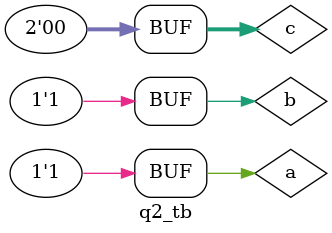
<source format=v>


module q2_tb;
	reg a, b;
	reg [1:0] c;
	
	initial begin
		a = 1'b1;
		b = 1'b1;
		c = 2'b01;
		#5;
		a = 1'b0;
		#5;
		b = 1'b0;
		#5;
		b = 1'b1;
		c = 2'b11;
		#10;
		a = 1'b1;
		b = 1'b0;
		#5;
		a = 1'b0;
		b = 1'b1;
		c = 2'b00;
		#5;
		a = 1'b1;
		#5;
	end
endmodule

</source>
